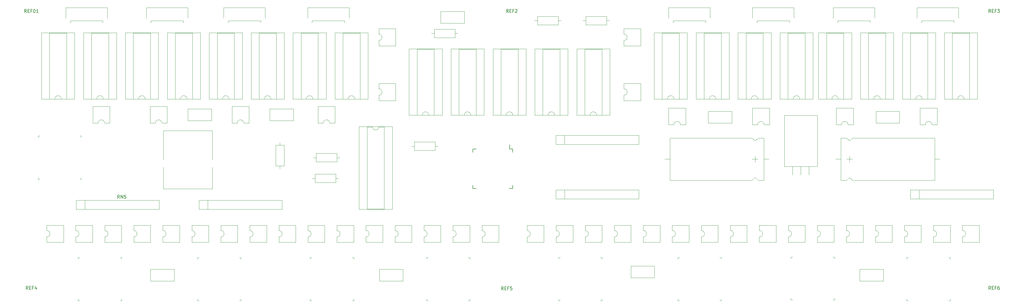
<source format=gbr>
%TF.GenerationSoftware,KiCad,Pcbnew,4.0.7*%
%TF.CreationDate,2018-12-11T18:15:29-05:00*%
%TF.ProjectId,AOML_AB_2.2,414F4D4C5F41425F322E322E6B696361,rev?*%
%TF.FileFunction,Legend,Top*%
%FSLAX46Y46*%
G04 Gerber Fmt 4.6, Leading zero omitted, Abs format (unit mm)*
G04 Created by KiCad (PCBNEW 4.0.7) date 12/11/18 18:15:29*
%MOMM*%
%LPD*%
G01*
G04 APERTURE LIST*
%ADD10C,0.100000*%
%ADD11C,0.120000*%
%ADD12C,0.150000*%
G04 APERTURE END LIST*
D10*
D11*
X280694000Y-72838000D02*
X282494000Y-72838000D01*
X281594000Y-71938000D02*
X281594000Y-73738000D01*
X278884000Y-66278000D02*
X278884000Y-79398000D01*
X308004000Y-66278000D02*
X308004000Y-79398000D01*
X278884000Y-66278000D02*
X280684000Y-66278000D01*
X280684000Y-66278000D02*
X281584000Y-67178000D01*
X281584000Y-67178000D02*
X282484000Y-66278000D01*
X282484000Y-66278000D02*
X308004000Y-66278000D01*
X278884000Y-79398000D02*
X280684000Y-79398000D01*
X280684000Y-79398000D02*
X281584000Y-78498000D01*
X281584000Y-78498000D02*
X282484000Y-79398000D01*
X282484000Y-79398000D02*
X308004000Y-79398000D01*
X277324000Y-72838000D02*
X278884000Y-72838000D01*
X309564000Y-72838000D02*
X308004000Y-72838000D01*
X167614000Y-95028000D02*
G75*
G02X167614000Y-97028000I0J-1000000D01*
G01*
X167614000Y-97028000D02*
X167614000Y-98678000D01*
X167614000Y-98678000D02*
X172814000Y-98678000D01*
X172814000Y-98678000D02*
X172814000Y-93378000D01*
X172814000Y-93378000D02*
X167614000Y-93378000D01*
X167614000Y-93378000D02*
X167614000Y-95028000D01*
X41740000Y-85595000D02*
X41740000Y-88395000D01*
X41740000Y-88395000D02*
X67480000Y-88395000D01*
X67480000Y-88395000D02*
X67480000Y-85595000D01*
X67480000Y-85595000D02*
X41740000Y-85595000D01*
X44450000Y-85595000D02*
X44450000Y-88395000D01*
X297104000Y-61648000D02*
X289784000Y-61648000D01*
X297104000Y-58028000D02*
X289784000Y-58028000D01*
X297104000Y-61648000D02*
X297104000Y-58028000D01*
X289784000Y-61648000D02*
X289784000Y-58028000D01*
X221104000Y-109648000D02*
X213784000Y-109648000D01*
X221104000Y-106028000D02*
X213784000Y-106028000D01*
X221104000Y-109648000D02*
X221104000Y-106028000D01*
X213784000Y-109648000D02*
X213784000Y-106028000D01*
X162104000Y-30648000D02*
X154784000Y-30648000D01*
X162104000Y-27028000D02*
X154784000Y-27028000D01*
X162104000Y-30648000D02*
X162104000Y-27028000D01*
X154784000Y-30648000D02*
X154784000Y-27028000D01*
X253194000Y-72838000D02*
X251394000Y-72838000D01*
X252294000Y-73738000D02*
X252294000Y-71938000D01*
X255004000Y-79398000D02*
X255004000Y-66278000D01*
X225884000Y-79398000D02*
X225884000Y-66278000D01*
X255004000Y-79398000D02*
X253204000Y-79398000D01*
X253204000Y-79398000D02*
X252304000Y-78498000D01*
X252304000Y-78498000D02*
X251404000Y-79398000D01*
X251404000Y-79398000D02*
X225884000Y-79398000D01*
X255004000Y-66278000D02*
X253204000Y-66278000D01*
X253204000Y-66278000D02*
X252304000Y-67178000D01*
X252304000Y-67178000D02*
X251404000Y-66278000D01*
X251404000Y-66278000D02*
X225884000Y-66278000D01*
X256564000Y-72838000D02*
X255004000Y-72838000D01*
X224324000Y-72838000D02*
X225884000Y-72838000D01*
X72104000Y-110648000D02*
X64784000Y-110648000D01*
X72104000Y-107028000D02*
X64784000Y-107028000D01*
X72104000Y-110648000D02*
X72104000Y-107028000D01*
X64784000Y-110648000D02*
X64784000Y-107028000D01*
X143104000Y-110648000D02*
X135784000Y-110648000D01*
X143104000Y-107028000D02*
X135784000Y-107028000D01*
X143104000Y-110648000D02*
X143104000Y-107028000D01*
X135784000Y-110648000D02*
X135784000Y-107028000D01*
X292104000Y-110648000D02*
X284784000Y-110648000D01*
X292104000Y-107028000D02*
X284784000Y-107028000D01*
X292104000Y-110648000D02*
X292104000Y-107028000D01*
X284784000Y-110648000D02*
X284784000Y-107028000D01*
X245104000Y-61648000D02*
X237784000Y-61648000D01*
X245104000Y-58028000D02*
X237784000Y-58028000D01*
X245104000Y-61648000D02*
X245104000Y-58028000D01*
X237784000Y-61648000D02*
X237784000Y-58028000D01*
X109110000Y-60865000D02*
X101790000Y-60865000D01*
X109110000Y-57245000D02*
X101790000Y-57245000D01*
X109110000Y-60865000D02*
X109110000Y-57245000D01*
X101790000Y-60865000D02*
X101790000Y-57245000D01*
X83710000Y-60865000D02*
X76390000Y-60865000D01*
X83710000Y-57245000D02*
X76390000Y-57245000D01*
X83710000Y-60865000D02*
X83710000Y-57245000D01*
X76390000Y-60865000D02*
X76390000Y-57245000D01*
D12*
X177119000Y-69663000D02*
X176169000Y-69663000D01*
X177119000Y-82013000D02*
X176069000Y-82013000D01*
X164769000Y-82013000D02*
X165819000Y-82013000D01*
X164769000Y-69663000D02*
X165819000Y-69663000D01*
X177119000Y-69663000D02*
X177119000Y-70713000D01*
X164769000Y-69663000D02*
X164769000Y-70713000D01*
X164769000Y-82013000D02*
X164769000Y-80963000D01*
X177119000Y-82013000D02*
X177119000Y-80963000D01*
X176169000Y-69663000D02*
X176169000Y-68388000D01*
D11*
X135614000Y-34028000D02*
G75*
G02X135614000Y-36028000I0J-1000000D01*
G01*
X135614000Y-36028000D02*
X135614000Y-37678000D01*
X135614000Y-37678000D02*
X140814000Y-37678000D01*
X140814000Y-37678000D02*
X140814000Y-32378000D01*
X140814000Y-32378000D02*
X135614000Y-32378000D01*
X135614000Y-32378000D02*
X135614000Y-34028000D01*
X211614000Y-51028000D02*
G75*
G02X211614000Y-53028000I0J-1000000D01*
G01*
X211614000Y-53028000D02*
X211614000Y-54678000D01*
X211614000Y-54678000D02*
X216814000Y-54678000D01*
X216814000Y-54678000D02*
X216814000Y-49378000D01*
X216814000Y-49378000D02*
X211614000Y-49378000D01*
X211614000Y-49378000D02*
X211614000Y-51028000D01*
X211614000Y-34028000D02*
G75*
G02X211614000Y-36028000I0J-1000000D01*
G01*
X211614000Y-36028000D02*
X211614000Y-37678000D01*
X211614000Y-37678000D02*
X216814000Y-37678000D01*
X216814000Y-37678000D02*
X216814000Y-32378000D01*
X216814000Y-32378000D02*
X211614000Y-32378000D01*
X211614000Y-32378000D02*
X211614000Y-34028000D01*
X135614000Y-51028000D02*
G75*
G02X135614000Y-53028000I0J-1000000D01*
G01*
X135614000Y-53028000D02*
X135614000Y-54678000D01*
X135614000Y-54678000D02*
X140814000Y-54678000D01*
X140814000Y-54678000D02*
X140814000Y-49378000D01*
X140814000Y-49378000D02*
X135614000Y-49378000D01*
X135614000Y-49378000D02*
X135614000Y-51028000D01*
X227134000Y-62168000D02*
G75*
G02X229134000Y-62168000I1000000J0D01*
G01*
X229134000Y-62168000D02*
X230784000Y-62168000D01*
X230784000Y-62168000D02*
X230784000Y-56968000D01*
X230784000Y-56968000D02*
X225484000Y-56968000D01*
X225484000Y-56968000D02*
X225484000Y-62168000D01*
X225484000Y-62168000D02*
X227134000Y-62168000D01*
X118380000Y-61655000D02*
G75*
G02X120380000Y-61655000I1000000J0D01*
G01*
X120380000Y-61655000D02*
X122030000Y-61655000D01*
X122030000Y-61655000D02*
X122030000Y-56455000D01*
X122030000Y-56455000D02*
X116730000Y-56455000D01*
X116730000Y-56455000D02*
X116730000Y-61655000D01*
X116730000Y-61655000D02*
X118380000Y-61655000D01*
X91710000Y-61655000D02*
G75*
G02X93710000Y-61655000I1000000J0D01*
G01*
X93710000Y-61655000D02*
X95360000Y-61655000D01*
X95360000Y-61655000D02*
X95360000Y-56455000D01*
X95360000Y-56455000D02*
X90060000Y-56455000D01*
X90060000Y-56455000D02*
X90060000Y-61655000D01*
X90060000Y-61655000D02*
X91710000Y-61655000D01*
X305134000Y-62168000D02*
G75*
G02X307134000Y-62168000I1000000J0D01*
G01*
X307134000Y-62168000D02*
X308784000Y-62168000D01*
X308784000Y-62168000D02*
X308784000Y-56968000D01*
X308784000Y-56968000D02*
X303484000Y-56968000D01*
X303484000Y-56968000D02*
X303484000Y-62168000D01*
X303484000Y-62168000D02*
X305134000Y-62168000D01*
X279134000Y-62168000D02*
G75*
G02X281134000Y-62168000I1000000J0D01*
G01*
X281134000Y-62168000D02*
X282784000Y-62168000D01*
X282784000Y-62168000D02*
X282784000Y-56968000D01*
X282784000Y-56968000D02*
X277484000Y-56968000D01*
X277484000Y-56968000D02*
X277484000Y-62168000D01*
X277484000Y-62168000D02*
X279134000Y-62168000D01*
X253134000Y-62168000D02*
G75*
G02X255134000Y-62168000I1000000J0D01*
G01*
X255134000Y-62168000D02*
X256784000Y-62168000D01*
X256784000Y-62168000D02*
X256784000Y-56968000D01*
X256784000Y-56968000D02*
X251484000Y-56968000D01*
X251484000Y-56968000D02*
X251484000Y-62168000D01*
X251484000Y-62168000D02*
X253134000Y-62168000D01*
X217614000Y-95028000D02*
G75*
G02X217614000Y-97028000I0J-1000000D01*
G01*
X217614000Y-97028000D02*
X217614000Y-98678000D01*
X217614000Y-98678000D02*
X222814000Y-98678000D01*
X222814000Y-98678000D02*
X222814000Y-93378000D01*
X222814000Y-93378000D02*
X217614000Y-93378000D01*
X217614000Y-93378000D02*
X217614000Y-95028000D01*
X226614000Y-95028000D02*
G75*
G02X226614000Y-97028000I0J-1000000D01*
G01*
X226614000Y-97028000D02*
X226614000Y-98678000D01*
X226614000Y-98678000D02*
X231814000Y-98678000D01*
X231814000Y-98678000D02*
X231814000Y-93378000D01*
X231814000Y-93378000D02*
X226614000Y-93378000D01*
X226614000Y-93378000D02*
X226614000Y-95028000D01*
X235614000Y-95028000D02*
G75*
G02X235614000Y-97028000I0J-1000000D01*
G01*
X235614000Y-97028000D02*
X235614000Y-98678000D01*
X235614000Y-98678000D02*
X240814000Y-98678000D01*
X240814000Y-98678000D02*
X240814000Y-93378000D01*
X240814000Y-93378000D02*
X235614000Y-93378000D01*
X235614000Y-93378000D02*
X235614000Y-95028000D01*
X244614000Y-95028000D02*
G75*
G02X244614000Y-97028000I0J-1000000D01*
G01*
X244614000Y-97028000D02*
X244614000Y-98678000D01*
X244614000Y-98678000D02*
X249814000Y-98678000D01*
X249814000Y-98678000D02*
X249814000Y-93378000D01*
X249814000Y-93378000D02*
X244614000Y-93378000D01*
X244614000Y-93378000D02*
X244614000Y-95028000D01*
X181614000Y-95028000D02*
G75*
G02X181614000Y-97028000I0J-1000000D01*
G01*
X181614000Y-97028000D02*
X181614000Y-98678000D01*
X181614000Y-98678000D02*
X186814000Y-98678000D01*
X186814000Y-98678000D02*
X186814000Y-93378000D01*
X186814000Y-93378000D02*
X181614000Y-93378000D01*
X181614000Y-93378000D02*
X181614000Y-95028000D01*
X190614000Y-95028000D02*
G75*
G02X190614000Y-97028000I0J-1000000D01*
G01*
X190614000Y-97028000D02*
X190614000Y-98678000D01*
X190614000Y-98678000D02*
X195814000Y-98678000D01*
X195814000Y-98678000D02*
X195814000Y-93378000D01*
X195814000Y-93378000D02*
X190614000Y-93378000D01*
X190614000Y-93378000D02*
X190614000Y-95028000D01*
X199614000Y-95028000D02*
G75*
G02X199614000Y-97028000I0J-1000000D01*
G01*
X199614000Y-97028000D02*
X199614000Y-98678000D01*
X199614000Y-98678000D02*
X204814000Y-98678000D01*
X204814000Y-98678000D02*
X204814000Y-93378000D01*
X204814000Y-93378000D02*
X199614000Y-93378000D01*
X199614000Y-93378000D02*
X199614000Y-95028000D01*
X208614000Y-95028000D02*
G75*
G02X208614000Y-97028000I0J-1000000D01*
G01*
X208614000Y-97028000D02*
X208614000Y-98678000D01*
X208614000Y-98678000D02*
X213814000Y-98678000D01*
X213814000Y-98678000D02*
X213814000Y-93378000D01*
X213814000Y-93378000D02*
X208614000Y-93378000D01*
X208614000Y-93378000D02*
X208614000Y-95028000D01*
X140614000Y-95028000D02*
G75*
G02X140614000Y-97028000I0J-1000000D01*
G01*
X140614000Y-97028000D02*
X140614000Y-98678000D01*
X140614000Y-98678000D02*
X145814000Y-98678000D01*
X145814000Y-98678000D02*
X145814000Y-93378000D01*
X145814000Y-93378000D02*
X140614000Y-93378000D01*
X140614000Y-93378000D02*
X140614000Y-95028000D01*
X149614000Y-95028000D02*
G75*
G02X149614000Y-97028000I0J-1000000D01*
G01*
X149614000Y-97028000D02*
X149614000Y-98678000D01*
X149614000Y-98678000D02*
X154814000Y-98678000D01*
X154814000Y-98678000D02*
X154814000Y-93378000D01*
X154814000Y-93378000D02*
X149614000Y-93378000D01*
X149614000Y-93378000D02*
X149614000Y-95028000D01*
X158614000Y-95028000D02*
G75*
G02X158614000Y-97028000I0J-1000000D01*
G01*
X158614000Y-97028000D02*
X158614000Y-98678000D01*
X158614000Y-98678000D02*
X163814000Y-98678000D01*
X163814000Y-98678000D02*
X163814000Y-93378000D01*
X163814000Y-93378000D02*
X158614000Y-93378000D01*
X158614000Y-93378000D02*
X158614000Y-95028000D01*
X253614000Y-95028000D02*
G75*
G02X253614000Y-97028000I0J-1000000D01*
G01*
X253614000Y-97028000D02*
X253614000Y-98678000D01*
X253614000Y-98678000D02*
X258814000Y-98678000D01*
X258814000Y-98678000D02*
X258814000Y-93378000D01*
X258814000Y-93378000D02*
X253614000Y-93378000D01*
X253614000Y-93378000D02*
X253614000Y-95028000D01*
X262614000Y-95028000D02*
G75*
G02X262614000Y-97028000I0J-1000000D01*
G01*
X262614000Y-97028000D02*
X262614000Y-98678000D01*
X262614000Y-98678000D02*
X267814000Y-98678000D01*
X267814000Y-98678000D02*
X267814000Y-93378000D01*
X267814000Y-93378000D02*
X262614000Y-93378000D01*
X262614000Y-93378000D02*
X262614000Y-95028000D01*
X271614000Y-95028000D02*
G75*
G02X271614000Y-97028000I0J-1000000D01*
G01*
X271614000Y-97028000D02*
X271614000Y-98678000D01*
X271614000Y-98678000D02*
X276814000Y-98678000D01*
X276814000Y-98678000D02*
X276814000Y-93378000D01*
X276814000Y-93378000D02*
X271614000Y-93378000D01*
X271614000Y-93378000D02*
X271614000Y-95028000D01*
X280614000Y-95028000D02*
G75*
G02X280614000Y-97028000I0J-1000000D01*
G01*
X280614000Y-97028000D02*
X280614000Y-98678000D01*
X280614000Y-98678000D02*
X285814000Y-98678000D01*
X285814000Y-98678000D02*
X285814000Y-93378000D01*
X285814000Y-93378000D02*
X280614000Y-93378000D01*
X280614000Y-93378000D02*
X280614000Y-95028000D01*
X307614000Y-95028000D02*
G75*
G02X307614000Y-97028000I0J-1000000D01*
G01*
X307614000Y-97028000D02*
X307614000Y-98678000D01*
X307614000Y-98678000D02*
X312814000Y-98678000D01*
X312814000Y-98678000D02*
X312814000Y-93378000D01*
X312814000Y-93378000D02*
X307614000Y-93378000D01*
X307614000Y-93378000D02*
X307614000Y-95028000D01*
X316614000Y-95028000D02*
G75*
G02X316614000Y-97028000I0J-1000000D01*
G01*
X316614000Y-97028000D02*
X316614000Y-98678000D01*
X316614000Y-98678000D02*
X321814000Y-98678000D01*
X321814000Y-98678000D02*
X321814000Y-93378000D01*
X321814000Y-93378000D02*
X316614000Y-93378000D01*
X316614000Y-93378000D02*
X316614000Y-95028000D01*
X289614000Y-95028000D02*
G75*
G02X289614000Y-97028000I0J-1000000D01*
G01*
X289614000Y-97028000D02*
X289614000Y-98678000D01*
X289614000Y-98678000D02*
X294814000Y-98678000D01*
X294814000Y-98678000D02*
X294814000Y-93378000D01*
X294814000Y-93378000D02*
X289614000Y-93378000D01*
X289614000Y-93378000D02*
X289614000Y-95028000D01*
X298614000Y-95028000D02*
G75*
G02X298614000Y-97028000I0J-1000000D01*
G01*
X298614000Y-97028000D02*
X298614000Y-98678000D01*
X298614000Y-98678000D02*
X303814000Y-98678000D01*
X303814000Y-98678000D02*
X303814000Y-93378000D01*
X303814000Y-93378000D02*
X298614000Y-93378000D01*
X298614000Y-93378000D02*
X298614000Y-95028000D01*
X104614000Y-95028000D02*
G75*
G02X104614000Y-97028000I0J-1000000D01*
G01*
X104614000Y-97028000D02*
X104614000Y-98678000D01*
X104614000Y-98678000D02*
X109814000Y-98678000D01*
X109814000Y-98678000D02*
X109814000Y-93378000D01*
X109814000Y-93378000D02*
X104614000Y-93378000D01*
X104614000Y-93378000D02*
X104614000Y-95028000D01*
X113614000Y-95028000D02*
G75*
G02X113614000Y-97028000I0J-1000000D01*
G01*
X113614000Y-97028000D02*
X113614000Y-98678000D01*
X113614000Y-98678000D02*
X118814000Y-98678000D01*
X118814000Y-98678000D02*
X118814000Y-93378000D01*
X118814000Y-93378000D02*
X113614000Y-93378000D01*
X113614000Y-93378000D02*
X113614000Y-95028000D01*
X122614000Y-95028000D02*
G75*
G02X122614000Y-97028000I0J-1000000D01*
G01*
X122614000Y-97028000D02*
X122614000Y-98678000D01*
X122614000Y-98678000D02*
X127814000Y-98678000D01*
X127814000Y-98678000D02*
X127814000Y-93378000D01*
X127814000Y-93378000D02*
X122614000Y-93378000D01*
X122614000Y-93378000D02*
X122614000Y-95028000D01*
X131614000Y-95028000D02*
G75*
G02X131614000Y-97028000I0J-1000000D01*
G01*
X131614000Y-97028000D02*
X131614000Y-98678000D01*
X131614000Y-98678000D02*
X136814000Y-98678000D01*
X136814000Y-98678000D02*
X136814000Y-93378000D01*
X136814000Y-93378000D02*
X131614000Y-93378000D01*
X131614000Y-93378000D02*
X131614000Y-95028000D01*
X32614000Y-95028000D02*
G75*
G02X32614000Y-97028000I0J-1000000D01*
G01*
X32614000Y-97028000D02*
X32614000Y-98678000D01*
X32614000Y-98678000D02*
X37814000Y-98678000D01*
X37814000Y-98678000D02*
X37814000Y-93378000D01*
X37814000Y-93378000D02*
X32614000Y-93378000D01*
X32614000Y-93378000D02*
X32614000Y-95028000D01*
X41614000Y-95028000D02*
G75*
G02X41614000Y-97028000I0J-1000000D01*
G01*
X41614000Y-97028000D02*
X41614000Y-98678000D01*
X41614000Y-98678000D02*
X46814000Y-98678000D01*
X46814000Y-98678000D02*
X46814000Y-93378000D01*
X46814000Y-93378000D02*
X41614000Y-93378000D01*
X41614000Y-93378000D02*
X41614000Y-95028000D01*
X50614000Y-95028000D02*
G75*
G02X50614000Y-97028000I0J-1000000D01*
G01*
X50614000Y-97028000D02*
X50614000Y-98678000D01*
X50614000Y-98678000D02*
X55814000Y-98678000D01*
X55814000Y-98678000D02*
X55814000Y-93378000D01*
X55814000Y-93378000D02*
X50614000Y-93378000D01*
X50614000Y-93378000D02*
X50614000Y-95028000D01*
X59614000Y-95028000D02*
G75*
G02X59614000Y-97028000I0J-1000000D01*
G01*
X59614000Y-97028000D02*
X59614000Y-98678000D01*
X59614000Y-98678000D02*
X64814000Y-98678000D01*
X64814000Y-98678000D02*
X64814000Y-93378000D01*
X64814000Y-93378000D02*
X59614000Y-93378000D01*
X59614000Y-93378000D02*
X59614000Y-95028000D01*
X68614000Y-95028000D02*
G75*
G02X68614000Y-97028000I0J-1000000D01*
G01*
X68614000Y-97028000D02*
X68614000Y-98678000D01*
X68614000Y-98678000D02*
X73814000Y-98678000D01*
X73814000Y-98678000D02*
X73814000Y-93378000D01*
X73814000Y-93378000D02*
X68614000Y-93378000D01*
X68614000Y-93378000D02*
X68614000Y-95028000D01*
X77614000Y-95028000D02*
G75*
G02X77614000Y-97028000I0J-1000000D01*
G01*
X77614000Y-97028000D02*
X77614000Y-98678000D01*
X77614000Y-98678000D02*
X82814000Y-98678000D01*
X82814000Y-98678000D02*
X82814000Y-93378000D01*
X82814000Y-93378000D02*
X77614000Y-93378000D01*
X77614000Y-93378000D02*
X77614000Y-95028000D01*
X86614000Y-95028000D02*
G75*
G02X86614000Y-97028000I0J-1000000D01*
G01*
X86614000Y-97028000D02*
X86614000Y-98678000D01*
X86614000Y-98678000D02*
X91814000Y-98678000D01*
X91814000Y-98678000D02*
X91814000Y-93378000D01*
X91814000Y-93378000D02*
X86614000Y-93378000D01*
X86614000Y-93378000D02*
X86614000Y-95028000D01*
X95614000Y-95028000D02*
G75*
G02X95614000Y-97028000I0J-1000000D01*
G01*
X95614000Y-97028000D02*
X95614000Y-98678000D01*
X95614000Y-98678000D02*
X100814000Y-98678000D01*
X100814000Y-98678000D02*
X100814000Y-93378000D01*
X100814000Y-93378000D02*
X95614000Y-93378000D01*
X95614000Y-93378000D02*
X95614000Y-95028000D01*
X66310000Y-61655000D02*
G75*
G02X68310000Y-61655000I1000000J0D01*
G01*
X68310000Y-61655000D02*
X69960000Y-61655000D01*
X69960000Y-61655000D02*
X69960000Y-56455000D01*
X69960000Y-56455000D02*
X64660000Y-56455000D01*
X64660000Y-56455000D02*
X64660000Y-61655000D01*
X64660000Y-61655000D02*
X66310000Y-61655000D01*
X48530000Y-61655000D02*
G75*
G02X50530000Y-61655000I1000000J0D01*
G01*
X50530000Y-61655000D02*
X52180000Y-61655000D01*
X52180000Y-61655000D02*
X52180000Y-56455000D01*
X52180000Y-56455000D02*
X46880000Y-56455000D01*
X46880000Y-56455000D02*
X46880000Y-61655000D01*
X46880000Y-61655000D02*
X48530000Y-61655000D01*
X122590000Y-73700000D02*
X122590000Y-71080000D01*
X122590000Y-71080000D02*
X116170000Y-71080000D01*
X116170000Y-71080000D02*
X116170000Y-73700000D01*
X116170000Y-73700000D02*
X122590000Y-73700000D01*
X123480000Y-72390000D02*
X122590000Y-72390000D01*
X115280000Y-72390000D02*
X116170000Y-72390000D01*
X153074000Y-70148000D02*
X153074000Y-67528000D01*
X153074000Y-67528000D02*
X146654000Y-67528000D01*
X146654000Y-67528000D02*
X146654000Y-70148000D01*
X146654000Y-70148000D02*
X153074000Y-70148000D01*
X153964000Y-68838000D02*
X153074000Y-68838000D01*
X145764000Y-68838000D02*
X146654000Y-68838000D01*
X115814000Y-77528000D02*
X115814000Y-80148000D01*
X115814000Y-80148000D02*
X122234000Y-80148000D01*
X122234000Y-80148000D02*
X122234000Y-77528000D01*
X122234000Y-77528000D02*
X115814000Y-77528000D01*
X114924000Y-78838000D02*
X115814000Y-78838000D01*
X123124000Y-78838000D02*
X122234000Y-78838000D01*
X184814000Y-28528000D02*
X184814000Y-31148000D01*
X184814000Y-31148000D02*
X191234000Y-31148000D01*
X191234000Y-31148000D02*
X191234000Y-28528000D01*
X191234000Y-28528000D02*
X184814000Y-28528000D01*
X183924000Y-29838000D02*
X184814000Y-29838000D01*
X192124000Y-29838000D02*
X191234000Y-29838000D01*
X152814000Y-32528000D02*
X152814000Y-35148000D01*
X152814000Y-35148000D02*
X159234000Y-35148000D01*
X159234000Y-35148000D02*
X159234000Y-32528000D01*
X159234000Y-32528000D02*
X152814000Y-32528000D01*
X151924000Y-33838000D02*
X152814000Y-33838000D01*
X160124000Y-33838000D02*
X159234000Y-33838000D01*
X199814000Y-28528000D02*
X199814000Y-31148000D01*
X199814000Y-31148000D02*
X206234000Y-31148000D01*
X206234000Y-31148000D02*
X206234000Y-28528000D01*
X206234000Y-28528000D02*
X199814000Y-28528000D01*
X198924000Y-29838000D02*
X199814000Y-29838000D01*
X207124000Y-29838000D02*
X206234000Y-29838000D01*
X103634000Y-74968000D02*
X106254000Y-74968000D01*
X106254000Y-74968000D02*
X106254000Y-68548000D01*
X106254000Y-68548000D02*
X103634000Y-68548000D01*
X103634000Y-68548000D02*
X103634000Y-74968000D01*
X104944000Y-75858000D02*
X104944000Y-74968000D01*
X104944000Y-67658000D02*
X104944000Y-68548000D01*
X190504000Y-65438000D02*
X190504000Y-68238000D01*
X190504000Y-68238000D02*
X216244000Y-68238000D01*
X216244000Y-68238000D02*
X216244000Y-65438000D01*
X216244000Y-65438000D02*
X190504000Y-65438000D01*
X193214000Y-65438000D02*
X193214000Y-68238000D01*
X300504000Y-82438000D02*
X300504000Y-85238000D01*
X300504000Y-85238000D02*
X326244000Y-85238000D01*
X326244000Y-85238000D02*
X326244000Y-82438000D01*
X326244000Y-82438000D02*
X300504000Y-82438000D01*
X303214000Y-82438000D02*
X303214000Y-85238000D01*
X190504000Y-82438000D02*
X190504000Y-85238000D01*
X190504000Y-85238000D02*
X216244000Y-85238000D01*
X216244000Y-85238000D02*
X216244000Y-82438000D01*
X216244000Y-82438000D02*
X190504000Y-82438000D01*
X193214000Y-82438000D02*
X193214000Y-85238000D01*
X79840000Y-85595000D02*
X79840000Y-88395000D01*
X79840000Y-88395000D02*
X105580000Y-88395000D01*
X105580000Y-88395000D02*
X105580000Y-85595000D01*
X105580000Y-85595000D02*
X79840000Y-85595000D01*
X82550000Y-85595000D02*
X82550000Y-88395000D01*
X135620000Y-62805000D02*
G75*
G02X133620000Y-62805000I-1000000J0D01*
G01*
X133620000Y-62805000D02*
X131970000Y-62805000D01*
X131970000Y-62805000D02*
X131970000Y-88325000D01*
X131970000Y-88325000D02*
X137270000Y-88325000D01*
X137270000Y-88325000D02*
X137270000Y-62805000D01*
X137270000Y-62805000D02*
X135620000Y-62805000D01*
X129480000Y-62745000D02*
X129480000Y-88385000D01*
X129480000Y-88385000D02*
X139760000Y-88385000D01*
X139760000Y-88385000D02*
X139760000Y-62745000D01*
X139760000Y-62745000D02*
X129480000Y-62745000D01*
X261364000Y-75148000D02*
X271604000Y-75148000D01*
X261364000Y-59258000D02*
X271604000Y-59258000D01*
X261364000Y-59258000D02*
X261364000Y-75148000D01*
X271604000Y-59258000D02*
X271604000Y-75148000D01*
X263944000Y-75148000D02*
X263944000Y-77788000D01*
X266484000Y-75148000D02*
X266484000Y-77772000D01*
X269024000Y-75148000D02*
X269024000Y-77772000D01*
X100379000Y-29038000D02*
X100379000Y-25828000D01*
X100379000Y-25828000D02*
X87509000Y-25828000D01*
X87509000Y-25828000D02*
X87509000Y-29038000D01*
X99074000Y-30418000D02*
X98959000Y-30418000D01*
X98959000Y-30418000D02*
X98959000Y-29918000D01*
X98959000Y-29918000D02*
X88929000Y-29918000D01*
X88929000Y-29918000D02*
X88929000Y-30418000D01*
X88929000Y-30418000D02*
X88814000Y-30418000D01*
X126379000Y-29038000D02*
X126379000Y-25828000D01*
X126379000Y-25828000D02*
X113509000Y-25828000D01*
X113509000Y-25828000D02*
X113509000Y-29038000D01*
X125074000Y-30418000D02*
X124959000Y-30418000D01*
X124959000Y-30418000D02*
X124959000Y-29918000D01*
X124959000Y-29918000D02*
X114929000Y-29918000D01*
X114929000Y-29918000D02*
X114929000Y-30418000D01*
X114929000Y-30418000D02*
X114814000Y-30418000D01*
X238379000Y-29038000D02*
X238379000Y-25828000D01*
X238379000Y-25828000D02*
X225509000Y-25828000D01*
X225509000Y-25828000D02*
X225509000Y-29038000D01*
X237074000Y-30418000D02*
X236959000Y-30418000D01*
X236959000Y-30418000D02*
X236959000Y-29918000D01*
X236959000Y-29918000D02*
X226929000Y-29918000D01*
X226929000Y-29918000D02*
X226929000Y-30418000D01*
X226929000Y-30418000D02*
X226814000Y-30418000D01*
X315379000Y-29038000D02*
X315379000Y-25828000D01*
X315379000Y-25828000D02*
X302509000Y-25828000D01*
X302509000Y-25828000D02*
X302509000Y-29038000D01*
X314074000Y-30418000D02*
X313959000Y-30418000D01*
X313959000Y-30418000D02*
X313959000Y-29918000D01*
X313959000Y-29918000D02*
X303929000Y-29918000D01*
X303929000Y-29918000D02*
X303929000Y-30418000D01*
X303929000Y-30418000D02*
X303814000Y-30418000D01*
X289379000Y-29038000D02*
X289379000Y-25828000D01*
X289379000Y-25828000D02*
X276509000Y-25828000D01*
X276509000Y-25828000D02*
X276509000Y-29038000D01*
X288074000Y-30418000D02*
X287959000Y-30418000D01*
X287959000Y-30418000D02*
X287959000Y-29918000D01*
X287959000Y-29918000D02*
X277929000Y-29918000D01*
X277929000Y-29918000D02*
X277929000Y-30418000D01*
X277929000Y-30418000D02*
X277814000Y-30418000D01*
X264379000Y-29038000D02*
X264379000Y-25828000D01*
X264379000Y-25828000D02*
X251509000Y-25828000D01*
X251509000Y-25828000D02*
X251509000Y-29038000D01*
X263074000Y-30418000D02*
X262959000Y-30418000D01*
X262959000Y-30418000D02*
X262959000Y-29918000D01*
X262959000Y-29918000D02*
X252929000Y-29918000D01*
X252929000Y-29918000D02*
X252929000Y-30418000D01*
X252929000Y-30418000D02*
X252814000Y-30418000D01*
X76379000Y-29038000D02*
X76379000Y-25828000D01*
X76379000Y-25828000D02*
X63509000Y-25828000D01*
X63509000Y-25828000D02*
X63509000Y-29038000D01*
X75074000Y-30418000D02*
X74959000Y-30418000D01*
X74959000Y-30418000D02*
X74959000Y-29918000D01*
X74959000Y-29918000D02*
X64929000Y-29918000D01*
X64929000Y-29918000D02*
X64929000Y-30418000D01*
X64929000Y-30418000D02*
X64814000Y-30418000D01*
X51379000Y-29038000D02*
X51379000Y-25828000D01*
X51379000Y-25828000D02*
X38509000Y-25828000D01*
X38509000Y-25828000D02*
X38509000Y-29038000D01*
X50074000Y-30418000D02*
X49959000Y-30418000D01*
X49959000Y-30418000D02*
X49959000Y-29918000D01*
X49959000Y-29918000D02*
X39929000Y-29918000D01*
X39929000Y-29918000D02*
X39929000Y-30418000D01*
X39929000Y-30418000D02*
X39814000Y-30418000D01*
X68774000Y-82058000D02*
X84014000Y-82058000D01*
X84014000Y-64028000D02*
X84004000Y-73018000D01*
X84014000Y-64028000D02*
X68774000Y-64028000D01*
X68774000Y-64028000D02*
X68774000Y-73028000D01*
X84004000Y-75358000D02*
X84014000Y-82058000D01*
X68774000Y-75348000D02*
X68774000Y-82058000D01*
D10*
X30010000Y-79115000D02*
X30510000Y-79115000D01*
X30010000Y-79115000D02*
X30010000Y-78615000D01*
X30010000Y-65615000D02*
X30510000Y-65615000D01*
X30010000Y-65615000D02*
X30010000Y-66115000D01*
X43310000Y-65615000D02*
X42810000Y-65615000D01*
X43310000Y-65615000D02*
X43310000Y-66115000D01*
X43310000Y-79115000D02*
X43310000Y-78615000D01*
X43310000Y-79115000D02*
X42810000Y-79115000D01*
X55844000Y-116738000D02*
X55844000Y-116238000D01*
X55844000Y-116738000D02*
X55344000Y-116738000D01*
X42344000Y-116738000D02*
X42344000Y-116238000D01*
X42344000Y-116738000D02*
X42844000Y-116738000D01*
X42344000Y-103438000D02*
X42344000Y-103938000D01*
X42344000Y-103438000D02*
X42844000Y-103438000D01*
X55844000Y-103438000D02*
X55344000Y-103438000D01*
X55844000Y-103438000D02*
X55844000Y-103938000D01*
X92844000Y-116738000D02*
X92844000Y-116238000D01*
X92844000Y-116738000D02*
X92344000Y-116738000D01*
X79344000Y-116738000D02*
X79344000Y-116238000D01*
X79344000Y-116738000D02*
X79844000Y-116738000D01*
X79344000Y-103438000D02*
X79344000Y-103938000D01*
X79344000Y-103438000D02*
X79844000Y-103438000D01*
X92844000Y-103438000D02*
X92344000Y-103438000D01*
X92844000Y-103438000D02*
X92844000Y-103938000D01*
X163844000Y-116738000D02*
X163844000Y-116238000D01*
X163844000Y-116738000D02*
X163344000Y-116738000D01*
X150344000Y-116738000D02*
X150344000Y-116238000D01*
X150344000Y-116738000D02*
X150844000Y-116738000D01*
X150344000Y-103438000D02*
X150344000Y-103938000D01*
X150344000Y-103438000D02*
X150844000Y-103438000D01*
X163844000Y-103438000D02*
X163344000Y-103438000D01*
X163844000Y-103438000D02*
X163844000Y-103938000D01*
X127844000Y-116738000D02*
X127844000Y-116238000D01*
X127844000Y-116738000D02*
X127344000Y-116738000D01*
X114344000Y-116738000D02*
X114344000Y-116238000D01*
X114344000Y-116738000D02*
X114844000Y-116738000D01*
X114344000Y-103438000D02*
X114344000Y-103938000D01*
X114344000Y-103438000D02*
X114844000Y-103438000D01*
X127844000Y-103438000D02*
X127344000Y-103438000D01*
X127844000Y-103438000D02*
X127844000Y-103938000D01*
X312844000Y-116738000D02*
X312844000Y-116238000D01*
X312844000Y-116738000D02*
X312344000Y-116738000D01*
X299344000Y-116738000D02*
X299344000Y-116238000D01*
X299344000Y-116738000D02*
X299844000Y-116738000D01*
X299344000Y-103438000D02*
X299344000Y-103938000D01*
X299344000Y-103438000D02*
X299844000Y-103438000D01*
X312844000Y-103438000D02*
X312344000Y-103438000D01*
X312844000Y-103438000D02*
X312844000Y-103938000D01*
X276933000Y-116548000D02*
X276933000Y-116048000D01*
X276933000Y-116548000D02*
X276433000Y-116548000D01*
X263433000Y-116548000D02*
X263433000Y-116048000D01*
X263433000Y-116548000D02*
X263933000Y-116548000D01*
X263433000Y-103248000D02*
X263433000Y-103748000D01*
X263433000Y-103248000D02*
X263933000Y-103248000D01*
X276933000Y-103248000D02*
X276433000Y-103248000D01*
X276933000Y-103248000D02*
X276933000Y-103748000D01*
X241844000Y-116738000D02*
X241844000Y-116238000D01*
X241844000Y-116738000D02*
X241344000Y-116738000D01*
X228344000Y-116738000D02*
X228344000Y-116238000D01*
X228344000Y-116738000D02*
X228844000Y-116738000D01*
X228344000Y-103438000D02*
X228344000Y-103938000D01*
X228344000Y-103438000D02*
X228844000Y-103438000D01*
X241844000Y-103438000D02*
X241344000Y-103438000D01*
X241844000Y-103438000D02*
X241844000Y-103938000D01*
X204844000Y-116738000D02*
X204844000Y-116238000D01*
X204844000Y-116738000D02*
X204344000Y-116738000D01*
X191344000Y-116738000D02*
X191344000Y-116238000D01*
X191344000Y-116738000D02*
X191844000Y-116738000D01*
X191344000Y-103438000D02*
X191344000Y-103938000D01*
X191344000Y-103438000D02*
X191844000Y-103438000D01*
X204844000Y-103438000D02*
X204344000Y-103438000D01*
X204844000Y-103438000D02*
X204844000Y-103938000D01*
D11*
X149134000Y-59168000D02*
G75*
G02X151134000Y-59168000I1000000J0D01*
G01*
X151134000Y-59168000D02*
X152784000Y-59168000D01*
X152784000Y-59168000D02*
X152784000Y-38728000D01*
X152784000Y-38728000D02*
X147484000Y-38728000D01*
X147484000Y-38728000D02*
X147484000Y-59168000D01*
X147484000Y-59168000D02*
X149134000Y-59168000D01*
X155274000Y-59228000D02*
X155274000Y-38668000D01*
X155274000Y-38668000D02*
X144994000Y-38668000D01*
X144994000Y-38668000D02*
X144994000Y-59228000D01*
X144994000Y-59228000D02*
X155274000Y-59228000D01*
X162134000Y-59168000D02*
G75*
G02X164134000Y-59168000I1000000J0D01*
G01*
X164134000Y-59168000D02*
X165784000Y-59168000D01*
X165784000Y-59168000D02*
X165784000Y-38728000D01*
X165784000Y-38728000D02*
X160484000Y-38728000D01*
X160484000Y-38728000D02*
X160484000Y-59168000D01*
X160484000Y-59168000D02*
X162134000Y-59168000D01*
X168274000Y-59228000D02*
X168274000Y-38668000D01*
X168274000Y-38668000D02*
X157994000Y-38668000D01*
X157994000Y-38668000D02*
X157994000Y-59228000D01*
X157994000Y-59228000D02*
X168274000Y-59228000D01*
X175134000Y-59168000D02*
G75*
G02X177134000Y-59168000I1000000J0D01*
G01*
X177134000Y-59168000D02*
X178784000Y-59168000D01*
X178784000Y-59168000D02*
X178784000Y-38728000D01*
X178784000Y-38728000D02*
X173484000Y-38728000D01*
X173484000Y-38728000D02*
X173484000Y-59168000D01*
X173484000Y-59168000D02*
X175134000Y-59168000D01*
X181274000Y-59228000D02*
X181274000Y-38668000D01*
X181274000Y-38668000D02*
X170994000Y-38668000D01*
X170994000Y-38668000D02*
X170994000Y-59228000D01*
X170994000Y-59228000D02*
X181274000Y-59228000D01*
X188134000Y-59168000D02*
G75*
G02X190134000Y-59168000I1000000J0D01*
G01*
X190134000Y-59168000D02*
X191784000Y-59168000D01*
X191784000Y-59168000D02*
X191784000Y-38728000D01*
X191784000Y-38728000D02*
X186484000Y-38728000D01*
X186484000Y-38728000D02*
X186484000Y-59168000D01*
X186484000Y-59168000D02*
X188134000Y-59168000D01*
X194274000Y-59228000D02*
X194274000Y-38668000D01*
X194274000Y-38668000D02*
X183994000Y-38668000D01*
X183994000Y-38668000D02*
X183994000Y-59228000D01*
X183994000Y-59228000D02*
X194274000Y-59228000D01*
X201134000Y-59168000D02*
G75*
G02X203134000Y-59168000I1000000J0D01*
G01*
X203134000Y-59168000D02*
X204784000Y-59168000D01*
X204784000Y-59168000D02*
X204784000Y-38728000D01*
X204784000Y-38728000D02*
X199484000Y-38728000D01*
X199484000Y-38728000D02*
X199484000Y-59168000D01*
X199484000Y-59168000D02*
X201134000Y-59168000D01*
X207274000Y-59228000D02*
X207274000Y-38668000D01*
X207274000Y-38668000D02*
X196994000Y-38668000D01*
X196994000Y-38668000D02*
X196994000Y-59228000D01*
X196994000Y-59228000D02*
X207274000Y-59228000D01*
X225134000Y-54168000D02*
G75*
G02X227134000Y-54168000I1000000J0D01*
G01*
X227134000Y-54168000D02*
X228784000Y-54168000D01*
X228784000Y-54168000D02*
X228784000Y-33728000D01*
X228784000Y-33728000D02*
X223484000Y-33728000D01*
X223484000Y-33728000D02*
X223484000Y-54168000D01*
X223484000Y-54168000D02*
X225134000Y-54168000D01*
X231274000Y-54228000D02*
X231274000Y-33668000D01*
X231274000Y-33668000D02*
X220994000Y-33668000D01*
X220994000Y-33668000D02*
X220994000Y-54228000D01*
X220994000Y-54228000D02*
X231274000Y-54228000D01*
X238134000Y-54168000D02*
G75*
G02X240134000Y-54168000I1000000J0D01*
G01*
X240134000Y-54168000D02*
X241784000Y-54168000D01*
X241784000Y-54168000D02*
X241784000Y-33728000D01*
X241784000Y-33728000D02*
X236484000Y-33728000D01*
X236484000Y-33728000D02*
X236484000Y-54168000D01*
X236484000Y-54168000D02*
X238134000Y-54168000D01*
X244274000Y-54228000D02*
X244274000Y-33668000D01*
X244274000Y-33668000D02*
X233994000Y-33668000D01*
X233994000Y-33668000D02*
X233994000Y-54228000D01*
X233994000Y-54228000D02*
X244274000Y-54228000D01*
X126134000Y-54168000D02*
G75*
G02X128134000Y-54168000I1000000J0D01*
G01*
X128134000Y-54168000D02*
X129784000Y-54168000D01*
X129784000Y-54168000D02*
X129784000Y-33728000D01*
X129784000Y-33728000D02*
X124484000Y-33728000D01*
X124484000Y-33728000D02*
X124484000Y-54168000D01*
X124484000Y-54168000D02*
X126134000Y-54168000D01*
X132274000Y-54228000D02*
X132274000Y-33668000D01*
X132274000Y-33668000D02*
X121994000Y-33668000D01*
X121994000Y-33668000D02*
X121994000Y-54228000D01*
X121994000Y-54228000D02*
X132274000Y-54228000D01*
X113134000Y-54168000D02*
G75*
G02X115134000Y-54168000I1000000J0D01*
G01*
X115134000Y-54168000D02*
X116784000Y-54168000D01*
X116784000Y-54168000D02*
X116784000Y-33728000D01*
X116784000Y-33728000D02*
X111484000Y-33728000D01*
X111484000Y-33728000D02*
X111484000Y-54168000D01*
X111484000Y-54168000D02*
X113134000Y-54168000D01*
X119274000Y-54228000D02*
X119274000Y-33668000D01*
X119274000Y-33668000D02*
X108994000Y-33668000D01*
X108994000Y-33668000D02*
X108994000Y-54228000D01*
X108994000Y-54228000D02*
X119274000Y-54228000D01*
X87134000Y-54168000D02*
G75*
G02X89134000Y-54168000I1000000J0D01*
G01*
X89134000Y-54168000D02*
X90784000Y-54168000D01*
X90784000Y-54168000D02*
X90784000Y-33728000D01*
X90784000Y-33728000D02*
X85484000Y-33728000D01*
X85484000Y-33728000D02*
X85484000Y-54168000D01*
X85484000Y-54168000D02*
X87134000Y-54168000D01*
X93274000Y-54228000D02*
X93274000Y-33668000D01*
X93274000Y-33668000D02*
X82994000Y-33668000D01*
X82994000Y-33668000D02*
X82994000Y-54228000D01*
X82994000Y-54228000D02*
X93274000Y-54228000D01*
X100134000Y-54168000D02*
G75*
G02X102134000Y-54168000I1000000J0D01*
G01*
X102134000Y-54168000D02*
X103784000Y-54168000D01*
X103784000Y-54168000D02*
X103784000Y-33728000D01*
X103784000Y-33728000D02*
X98484000Y-33728000D01*
X98484000Y-33728000D02*
X98484000Y-54168000D01*
X98484000Y-54168000D02*
X100134000Y-54168000D01*
X106274000Y-54228000D02*
X106274000Y-33668000D01*
X106274000Y-33668000D02*
X95994000Y-33668000D01*
X95994000Y-33668000D02*
X95994000Y-54228000D01*
X95994000Y-54228000D02*
X106274000Y-54228000D01*
X302134000Y-54168000D02*
G75*
G02X304134000Y-54168000I1000000J0D01*
G01*
X304134000Y-54168000D02*
X305784000Y-54168000D01*
X305784000Y-54168000D02*
X305784000Y-33728000D01*
X305784000Y-33728000D02*
X300484000Y-33728000D01*
X300484000Y-33728000D02*
X300484000Y-54168000D01*
X300484000Y-54168000D02*
X302134000Y-54168000D01*
X308274000Y-54228000D02*
X308274000Y-33668000D01*
X308274000Y-33668000D02*
X297994000Y-33668000D01*
X297994000Y-33668000D02*
X297994000Y-54228000D01*
X297994000Y-54228000D02*
X308274000Y-54228000D01*
X315134000Y-54168000D02*
G75*
G02X317134000Y-54168000I1000000J0D01*
G01*
X317134000Y-54168000D02*
X318784000Y-54168000D01*
X318784000Y-54168000D02*
X318784000Y-33728000D01*
X318784000Y-33728000D02*
X313484000Y-33728000D01*
X313484000Y-33728000D02*
X313484000Y-54168000D01*
X313484000Y-54168000D02*
X315134000Y-54168000D01*
X321274000Y-54228000D02*
X321274000Y-33668000D01*
X321274000Y-33668000D02*
X310994000Y-33668000D01*
X310994000Y-33668000D02*
X310994000Y-54228000D01*
X310994000Y-54228000D02*
X321274000Y-54228000D01*
X276134000Y-54168000D02*
G75*
G02X278134000Y-54168000I1000000J0D01*
G01*
X278134000Y-54168000D02*
X279784000Y-54168000D01*
X279784000Y-54168000D02*
X279784000Y-33728000D01*
X279784000Y-33728000D02*
X274484000Y-33728000D01*
X274484000Y-33728000D02*
X274484000Y-54168000D01*
X274484000Y-54168000D02*
X276134000Y-54168000D01*
X282274000Y-54228000D02*
X282274000Y-33668000D01*
X282274000Y-33668000D02*
X271994000Y-33668000D01*
X271994000Y-33668000D02*
X271994000Y-54228000D01*
X271994000Y-54228000D02*
X282274000Y-54228000D01*
X289134000Y-54168000D02*
G75*
G02X291134000Y-54168000I1000000J0D01*
G01*
X291134000Y-54168000D02*
X292784000Y-54168000D01*
X292784000Y-54168000D02*
X292784000Y-33728000D01*
X292784000Y-33728000D02*
X287484000Y-33728000D01*
X287484000Y-33728000D02*
X287484000Y-54168000D01*
X287484000Y-54168000D02*
X289134000Y-54168000D01*
X295274000Y-54228000D02*
X295274000Y-33668000D01*
X295274000Y-33668000D02*
X284994000Y-33668000D01*
X284994000Y-33668000D02*
X284994000Y-54228000D01*
X284994000Y-54228000D02*
X295274000Y-54228000D01*
X251134000Y-54168000D02*
G75*
G02X253134000Y-54168000I1000000J0D01*
G01*
X253134000Y-54168000D02*
X254784000Y-54168000D01*
X254784000Y-54168000D02*
X254784000Y-33728000D01*
X254784000Y-33728000D02*
X249484000Y-33728000D01*
X249484000Y-33728000D02*
X249484000Y-54168000D01*
X249484000Y-54168000D02*
X251134000Y-54168000D01*
X257274000Y-54228000D02*
X257274000Y-33668000D01*
X257274000Y-33668000D02*
X246994000Y-33668000D01*
X246994000Y-33668000D02*
X246994000Y-54228000D01*
X246994000Y-54228000D02*
X257274000Y-54228000D01*
X264134000Y-54168000D02*
G75*
G02X266134000Y-54168000I1000000J0D01*
G01*
X266134000Y-54168000D02*
X267784000Y-54168000D01*
X267784000Y-54168000D02*
X267784000Y-33728000D01*
X267784000Y-33728000D02*
X262484000Y-33728000D01*
X262484000Y-33728000D02*
X262484000Y-54168000D01*
X262484000Y-54168000D02*
X264134000Y-54168000D01*
X270274000Y-54228000D02*
X270274000Y-33668000D01*
X270274000Y-33668000D02*
X259994000Y-33668000D01*
X259994000Y-33668000D02*
X259994000Y-54228000D01*
X259994000Y-54228000D02*
X270274000Y-54228000D01*
X61134000Y-54168000D02*
G75*
G02X63134000Y-54168000I1000000J0D01*
G01*
X63134000Y-54168000D02*
X64784000Y-54168000D01*
X64784000Y-54168000D02*
X64784000Y-33728000D01*
X64784000Y-33728000D02*
X59484000Y-33728000D01*
X59484000Y-33728000D02*
X59484000Y-54168000D01*
X59484000Y-54168000D02*
X61134000Y-54168000D01*
X67274000Y-54228000D02*
X67274000Y-33668000D01*
X67274000Y-33668000D02*
X56994000Y-33668000D01*
X56994000Y-33668000D02*
X56994000Y-54228000D01*
X56994000Y-54228000D02*
X67274000Y-54228000D01*
X74134000Y-54168000D02*
G75*
G02X76134000Y-54168000I1000000J0D01*
G01*
X76134000Y-54168000D02*
X77784000Y-54168000D01*
X77784000Y-54168000D02*
X77784000Y-33728000D01*
X77784000Y-33728000D02*
X72484000Y-33728000D01*
X72484000Y-33728000D02*
X72484000Y-54168000D01*
X72484000Y-54168000D02*
X74134000Y-54168000D01*
X80274000Y-54228000D02*
X80274000Y-33668000D01*
X80274000Y-33668000D02*
X69994000Y-33668000D01*
X69994000Y-33668000D02*
X69994000Y-54228000D01*
X69994000Y-54228000D02*
X80274000Y-54228000D01*
X35134000Y-54168000D02*
G75*
G02X37134000Y-54168000I1000000J0D01*
G01*
X37134000Y-54168000D02*
X38784000Y-54168000D01*
X38784000Y-54168000D02*
X38784000Y-33728000D01*
X38784000Y-33728000D02*
X33484000Y-33728000D01*
X33484000Y-33728000D02*
X33484000Y-54168000D01*
X33484000Y-54168000D02*
X35134000Y-54168000D01*
X41274000Y-54228000D02*
X41274000Y-33668000D01*
X41274000Y-33668000D02*
X30994000Y-33668000D01*
X30994000Y-33668000D02*
X30994000Y-54228000D01*
X30994000Y-54228000D02*
X41274000Y-54228000D01*
X48134000Y-54168000D02*
G75*
G02X50134000Y-54168000I1000000J0D01*
G01*
X50134000Y-54168000D02*
X51784000Y-54168000D01*
X51784000Y-54168000D02*
X51784000Y-33728000D01*
X51784000Y-33728000D02*
X46484000Y-33728000D01*
X46484000Y-33728000D02*
X46484000Y-54168000D01*
X46484000Y-54168000D02*
X48134000Y-54168000D01*
X54274000Y-54228000D02*
X54274000Y-33668000D01*
X54274000Y-33668000D02*
X43994000Y-33668000D01*
X43994000Y-33668000D02*
X43994000Y-54228000D01*
X43994000Y-54228000D02*
X54274000Y-54228000D01*
D12*
X55189524Y-85047381D02*
X54856190Y-84571190D01*
X54618095Y-85047381D02*
X54618095Y-84047381D01*
X54999048Y-84047381D01*
X55094286Y-84095000D01*
X55141905Y-84142619D01*
X55189524Y-84237857D01*
X55189524Y-84380714D01*
X55141905Y-84475952D01*
X55094286Y-84523571D01*
X54999048Y-84571190D01*
X54618095Y-84571190D01*
X55618095Y-85047381D02*
X55618095Y-84047381D01*
X56189524Y-85047381D01*
X56189524Y-84047381D01*
X57141905Y-84047381D02*
X56665714Y-84047381D01*
X56618095Y-84523571D01*
X56665714Y-84475952D01*
X56760952Y-84428333D01*
X56999048Y-84428333D01*
X57094286Y-84475952D01*
X57141905Y-84523571D01*
X57189524Y-84618810D01*
X57189524Y-84856905D01*
X57141905Y-84952143D01*
X57094286Y-84999762D01*
X56999048Y-85047381D01*
X56760952Y-85047381D01*
X56665714Y-84999762D01*
X56618095Y-84952143D01*
X174212381Y-113482381D02*
X173879047Y-113006190D01*
X173640952Y-113482381D02*
X173640952Y-112482381D01*
X174021905Y-112482381D01*
X174117143Y-112530000D01*
X174164762Y-112577619D01*
X174212381Y-112672857D01*
X174212381Y-112815714D01*
X174164762Y-112910952D01*
X174117143Y-112958571D01*
X174021905Y-113006190D01*
X173640952Y-113006190D01*
X174640952Y-112958571D02*
X174974286Y-112958571D01*
X175117143Y-113482381D02*
X174640952Y-113482381D01*
X174640952Y-112482381D01*
X175117143Y-112482381D01*
X175879048Y-112958571D02*
X175545714Y-112958571D01*
X175545714Y-113482381D02*
X175545714Y-112482381D01*
X176021905Y-112482381D01*
X176879048Y-112482381D02*
X176402857Y-112482381D01*
X176355238Y-112958571D01*
X176402857Y-112910952D01*
X176498095Y-112863333D01*
X176736191Y-112863333D01*
X176831429Y-112910952D01*
X176879048Y-112958571D01*
X176926667Y-113053810D01*
X176926667Y-113291905D01*
X176879048Y-113387143D01*
X176831429Y-113434762D01*
X176736191Y-113482381D01*
X176498095Y-113482381D01*
X176402857Y-113434762D01*
X176355238Y-113387143D01*
X175812381Y-27377381D02*
X175479047Y-26901190D01*
X175240952Y-27377381D02*
X175240952Y-26377381D01*
X175621905Y-26377381D01*
X175717143Y-26425000D01*
X175764762Y-26472619D01*
X175812381Y-26567857D01*
X175812381Y-26710714D01*
X175764762Y-26805952D01*
X175717143Y-26853571D01*
X175621905Y-26901190D01*
X175240952Y-26901190D01*
X176240952Y-26853571D02*
X176574286Y-26853571D01*
X176717143Y-27377381D02*
X176240952Y-27377381D01*
X176240952Y-26377381D01*
X176717143Y-26377381D01*
X177479048Y-26853571D02*
X177145714Y-26853571D01*
X177145714Y-27377381D02*
X177145714Y-26377381D01*
X177621905Y-26377381D01*
X177955238Y-26472619D02*
X178002857Y-26425000D01*
X178098095Y-26377381D01*
X178336191Y-26377381D01*
X178431429Y-26425000D01*
X178479048Y-26472619D01*
X178526667Y-26567857D01*
X178526667Y-26663095D01*
X178479048Y-26805952D01*
X177907619Y-27377381D01*
X178526667Y-27377381D01*
X26812381Y-113317381D02*
X26479047Y-112841190D01*
X26240952Y-113317381D02*
X26240952Y-112317381D01*
X26621905Y-112317381D01*
X26717143Y-112365000D01*
X26764762Y-112412619D01*
X26812381Y-112507857D01*
X26812381Y-112650714D01*
X26764762Y-112745952D01*
X26717143Y-112793571D01*
X26621905Y-112841190D01*
X26240952Y-112841190D01*
X27240952Y-112793571D02*
X27574286Y-112793571D01*
X27717143Y-113317381D02*
X27240952Y-113317381D01*
X27240952Y-112317381D01*
X27717143Y-112317381D01*
X28479048Y-112793571D02*
X28145714Y-112793571D01*
X28145714Y-113317381D02*
X28145714Y-112317381D01*
X28621905Y-112317381D01*
X29431429Y-112650714D02*
X29431429Y-113317381D01*
X29193333Y-112269762D02*
X28955238Y-112984048D01*
X29574286Y-112984048D01*
X325392381Y-27377381D02*
X325059047Y-26901190D01*
X324820952Y-27377381D02*
X324820952Y-26377381D01*
X325201905Y-26377381D01*
X325297143Y-26425000D01*
X325344762Y-26472619D01*
X325392381Y-26567857D01*
X325392381Y-26710714D01*
X325344762Y-26805952D01*
X325297143Y-26853571D01*
X325201905Y-26901190D01*
X324820952Y-26901190D01*
X325820952Y-26853571D02*
X326154286Y-26853571D01*
X326297143Y-27377381D02*
X325820952Y-27377381D01*
X325820952Y-26377381D01*
X326297143Y-26377381D01*
X327059048Y-26853571D02*
X326725714Y-26853571D01*
X326725714Y-27377381D02*
X326725714Y-26377381D01*
X327201905Y-26377381D01*
X327487619Y-26377381D02*
X328106667Y-26377381D01*
X327773333Y-26758333D01*
X327916191Y-26758333D01*
X328011429Y-26805952D01*
X328059048Y-26853571D01*
X328106667Y-26948810D01*
X328106667Y-27186905D01*
X328059048Y-27282143D01*
X328011429Y-27329762D01*
X327916191Y-27377381D01*
X327630476Y-27377381D01*
X327535238Y-27329762D01*
X327487619Y-27282143D01*
X325392381Y-113317381D02*
X325059047Y-112841190D01*
X324820952Y-113317381D02*
X324820952Y-112317381D01*
X325201905Y-112317381D01*
X325297143Y-112365000D01*
X325344762Y-112412619D01*
X325392381Y-112507857D01*
X325392381Y-112650714D01*
X325344762Y-112745952D01*
X325297143Y-112793571D01*
X325201905Y-112841190D01*
X324820952Y-112841190D01*
X325820952Y-112793571D02*
X326154286Y-112793571D01*
X326297143Y-113317381D02*
X325820952Y-113317381D01*
X325820952Y-112317381D01*
X326297143Y-112317381D01*
X327059048Y-112793571D02*
X326725714Y-112793571D01*
X326725714Y-113317381D02*
X326725714Y-112317381D01*
X327201905Y-112317381D01*
X328011429Y-112317381D02*
X327820952Y-112317381D01*
X327725714Y-112365000D01*
X327678095Y-112412619D01*
X327582857Y-112555476D01*
X327535238Y-112745952D01*
X327535238Y-113126905D01*
X327582857Y-113222143D01*
X327630476Y-113269762D01*
X327725714Y-113317381D01*
X327916191Y-113317381D01*
X328011429Y-113269762D01*
X328059048Y-113222143D01*
X328106667Y-113126905D01*
X328106667Y-112888810D01*
X328059048Y-112793571D01*
X328011429Y-112745952D01*
X327916191Y-112698333D01*
X327725714Y-112698333D01*
X327630476Y-112745952D01*
X327582857Y-112793571D01*
X327535238Y-112888810D01*
X26336191Y-27377381D02*
X26002857Y-26901190D01*
X25764762Y-27377381D02*
X25764762Y-26377381D01*
X26145715Y-26377381D01*
X26240953Y-26425000D01*
X26288572Y-26472619D01*
X26336191Y-26567857D01*
X26336191Y-26710714D01*
X26288572Y-26805952D01*
X26240953Y-26853571D01*
X26145715Y-26901190D01*
X25764762Y-26901190D01*
X26764762Y-26853571D02*
X27098096Y-26853571D01*
X27240953Y-27377381D02*
X26764762Y-27377381D01*
X26764762Y-26377381D01*
X27240953Y-26377381D01*
X28002858Y-26853571D02*
X27669524Y-26853571D01*
X27669524Y-27377381D02*
X27669524Y-26377381D01*
X28145715Y-26377381D01*
X28717143Y-26377381D02*
X28812382Y-26377381D01*
X28907620Y-26425000D01*
X28955239Y-26472619D01*
X29002858Y-26567857D01*
X29050477Y-26758333D01*
X29050477Y-26996429D01*
X29002858Y-27186905D01*
X28955239Y-27282143D01*
X28907620Y-27329762D01*
X28812382Y-27377381D01*
X28717143Y-27377381D01*
X28621905Y-27329762D01*
X28574286Y-27282143D01*
X28526667Y-27186905D01*
X28479048Y-26996429D01*
X28479048Y-26758333D01*
X28526667Y-26567857D01*
X28574286Y-26472619D01*
X28621905Y-26425000D01*
X28717143Y-26377381D01*
X30002858Y-27377381D02*
X29431429Y-27377381D01*
X29717143Y-27377381D02*
X29717143Y-26377381D01*
X29621905Y-26520238D01*
X29526667Y-26615476D01*
X29431429Y-26663095D01*
M02*

</source>
